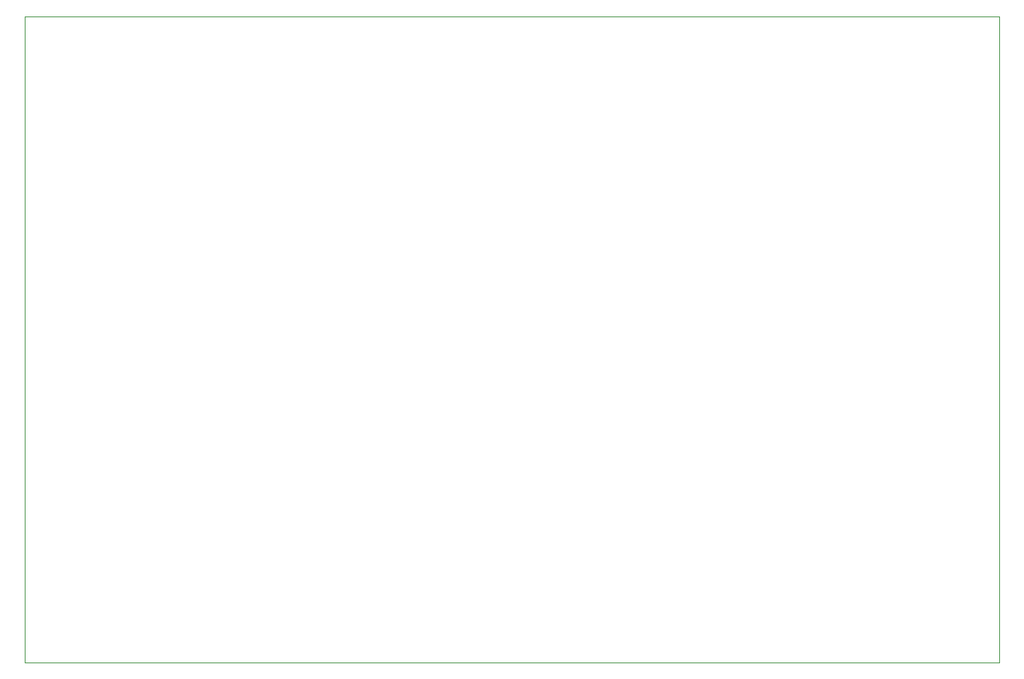
<source format=gbr>
%TF.GenerationSoftware,KiCad,Pcbnew,9.0.6-9.0.6~ubuntu24.04.1*%
%TF.CreationDate,2025-12-19T01:03:36-05:00*%
%TF.ProjectId,pilomar_schematics,70696c6f-6d61-4725-9f73-6368656d6174,rev?*%
%TF.SameCoordinates,Original*%
%TF.FileFunction,Profile,NP*%
%FSLAX46Y46*%
G04 Gerber Fmt 4.6, Leading zero omitted, Abs format (unit mm)*
G04 Created by KiCad (PCBNEW 9.0.6-9.0.6~ubuntu24.04.1) date 2025-12-19 01:03:36*
%MOMM*%
%LPD*%
G01*
G04 APERTURE LIST*
%TA.AperFunction,Profile*%
%ADD10C,0.050000*%
%TD*%
G04 APERTURE END LIST*
D10*
X30000000Y-48500000D02*
X140000000Y-48500000D01*
X140000000Y-121500000D01*
X30000000Y-121500000D01*
X30000000Y-48500000D01*
M02*

</source>
